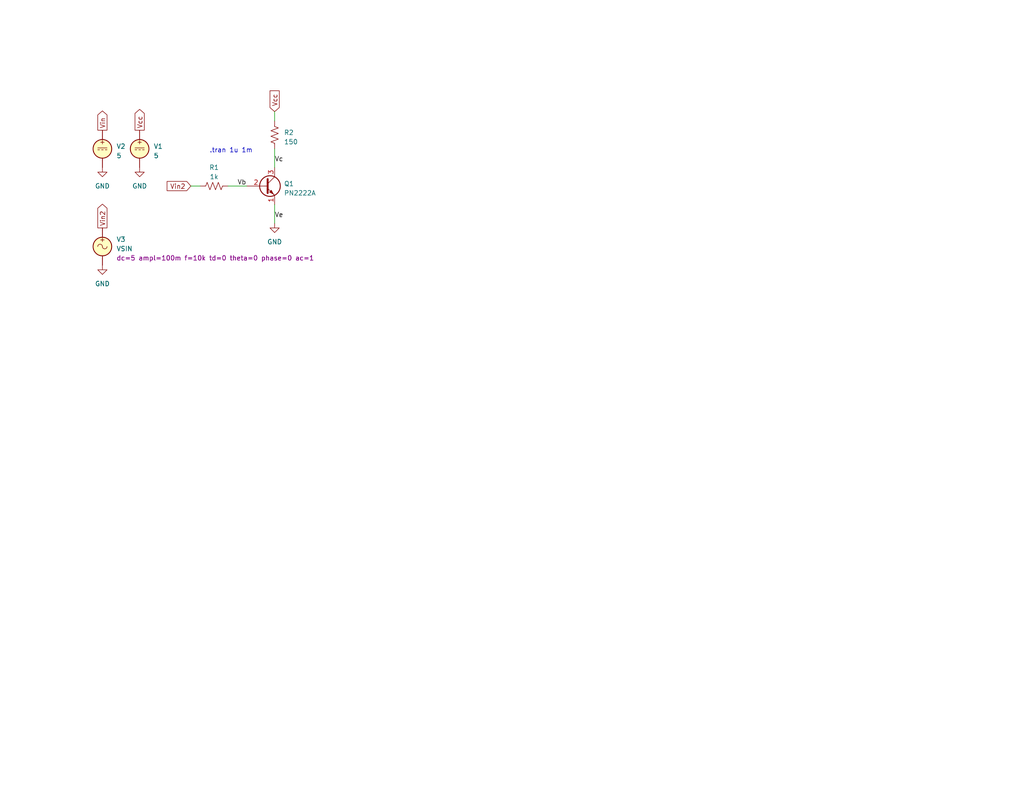
<source format=kicad_sch>
(kicad_sch (version 20230121) (generator eeschema)
  (paper "USLetter")
  (title_block (title "Transistor Switch Simulation") (date "2023-03-16") (rev "1.2") (company "Woolsey Workshop") (comment 1 "By John Woolsey"))
  (lib_symbols
    (symbol "Device:R_US" (pin_numbers hide) (pin_names (offset 0))
      (property "Reference" "R" (at 2.54 0 90))
      (property "Value" "R_US" (at -2.54 0 90))
      (symbol "R_US_0_1"
        (polyline (pts (xy 0 -2.286) (xy 0 -2.54)))
        (polyline (pts (xy 0 2.286) (xy 0 2.54)))
        (polyline (pts (xy 0 -0.762) (xy 1.016 -1.143) (xy 0 -1.524) (xy -1.016 -1.905) (xy 0 -2.286)))
        (polyline (pts (xy 0 0.762) (xy 1.016 0.381) (xy 0 0) (xy -1.016 -0.381) (xy 0 -0.762)))
        (polyline (pts (xy 0 2.286) (xy 1.016 1.905) (xy 0 1.524) (xy -1.016 1.143) (xy 0 0.762)))
      )
      (symbol "R_US_1_1"
        (pin passive line (at 0 3.81 270) (length 1.27) (name "~") (number "1"))
        (pin passive line (at 0 -3.81 90) (length 1.27) (name "~") (number "2"))
      )
    )
    (symbol "Simulation_SPICE:VDC" (pin_numbers hide) (pin_names (offset 0.0254))
      (property "Reference" "V" (at 2.54 2.54 0))
      (property "Value" "1" (at 2.54 0 0))
      (symbol "VDC_0_0"
        (polyline (pts (xy -1.27 0.254) (xy 1.27 0.254)))
        (polyline (pts (xy -0.762 -0.254) (xy -1.27 -0.254)))
        (polyline (pts (xy 0.254 -0.254) (xy -0.254 -0.254)))
        (polyline (pts (xy 1.27 -0.254) (xy 0.762 -0.254)))
        (text "+" (at 0 1.905 0) (effects (font (size 1.27 1.27))))
      )
      (symbol "VDC_0_1"
        (circle (center 0 0) (radius 2.54) (stroke (width 0.254)) (fill (type background)))
      )
      (symbol "VDC_1_1"
        (pin passive line (at 0 5.08 270) (length 2.54) (name "~") (number "1"))
        (pin passive line (at 0 -5.08 90) (length 2.54) (name "~") (number "2"))
      )
    )
    (symbol "Simulation_SPICE:VSIN" (pin_numbers hide) (pin_names (offset 0.0254))
      (property "Reference" "V" (at 2.54 2.54 0))
      (property "Value" "VSIN" (at 2.54 0 0))
      (property "Sim.Params" "dc=0 ampl=1 f=1k ac=1" (at 2.54 -2.54 0))
      (symbol "VSIN_0_0"
        (arc (start 0 0) (mid -0.635 0.6323) (end -1.27 0))
        (arc (start 0 0) (mid 0.635 -0.6323) (end 1.27 0))
        (text "+" (at 0 1.905 0) (effects (font (size 1.27 1.27))))
      )
      (symbol "VSIN_0_1"
        (circle (center 0 0) (radius 2.54) (stroke (width 0.254)) (fill (type background)))
      )
      (symbol "VSIN_1_1"
        (pin passive line (at 0 5.08 270) (length 2.54) (name "~") (number "1"))
        (pin passive line (at 0 -5.08 90) (length 2.54) (name "~") (number "2"))
      )
    )
    (symbol "Transistor_BJT:PN2222A" (pin_names (offset 0) hide)
      (property "Reference" "Q" (at 5.08 1.905 0))
      (property "Value" "PN2222A" (at 5.08 0 0))
      (symbol "PN2222A_0_1"
        (polyline (pts (xy 0 0) (xy 0.635 0)))
        (polyline (pts (xy 2.54 -2.54) (xy 0.635 -0.635)))
        (polyline (pts (xy 2.54 2.54) (xy 0.635 0.635)))
        (polyline (pts (xy 0.635 1.905) (xy 0.635 -1.905) (xy 0.635 -1.905)) (stroke (width 0.508)))
        (polyline (pts (xy 2.413 -2.413) (xy 1.905 -1.905) (xy 1.905 -1.905)))
        (polyline (pts (xy 1.143 -1.651) (xy 1.651 -1.143) (xy 2.159 -2.159) (xy 1.143 -1.651) (xy 1.143 -1.651)) (fill (type outline)))
        (circle (center 1.27 0) (radius 2.8194) (stroke (width 0.254)))
      )
      (symbol "PN2222A_1_1"
        (pin passive line (at 2.54 -5.08 90) (length 2.54) (name "E") (number "1"))
        (pin input line (at -5.08 0 0) (length 5.08) (name "B") (number "2"))
        (pin passive line (at 2.54 5.08 270) (length 2.54) (name "C") (number "3"))
      )
    )
    (symbol "power:GND" (power) (pin_names (offset 0))
      (property "Value" "GND" (at 0 -3.81 0))
      (symbol "GND_0_1"
        (polyline (pts (xy 0 0) (xy 0 -1.27) (xy 1.27 -1.27) (xy 0 -2.54) (xy -1.27 -1.27) (xy 0 -1.27)))
      )
      (symbol "GND_1_1"
        (pin power_in line (at 0 0 270) (length 0) hide (name "GND") (number "1"))
      )
    )
  )
  (wire (pts (xy 74.93 55.88) (xy 74.93 60.96)))
  (wire (pts (xy 52.07 50.8) (xy 54.61 50.8)))
  (wire (pts (xy 62.23 50.8) (xy 67.31 50.8)))
  (wire (pts (xy 74.93 30.48) (xy 74.93 33.02)))
  (wire (pts (xy 74.93 40.64) (xy 74.93 45.72)))
  (text ".tran 1u 1m" (at 57.15 41.91 0) (effects (font (size 1.27 1.27)) (justify left bottom)))
  (label "Vb" (at 64.77 50.8 0))
  (label "Vc" (at 74.93 44.45 0))
  (label "Ve" (at 74.93 59.69 0))
  (global_label "Vcc" (shape output) (at 38.1 35.56 90) (property "Intersheetrefs" "${INTERSHEET_REFS}" (effects hide)))
  (global_label "Vin2" (shape input) (at 52.07 50.8 180) (property "Intersheetrefs" "${INTERSHEET_REFS}" (effects hide)))
  (global_label "Vcc" (shape input) (at 74.93 30.48 90) (property "Intersheetrefs" "${INTERSHEET_REFS}" (effects hide)))
  (global_label "Vin" (shape output) (at 27.94 35.56 90) (property "Intersheetrefs" "${INTERSHEET_REFS}" (effects hide)))
  (global_label "Vin2" (shape output) (at 27.94 62.23 90) (property "Intersheetrefs" "${INTERSHEET_REFS}" (effects hide)))
  (symbol (lib_id "power:GND") (at 27.94 45.72 0) (unit 1)
    (property "Reference" "#PWR03" (effects hide))
    (property "Value" "GND" (at 27.94 50.8 0))
  )
  (symbol (lib_id "Device:R_US") (at 74.93 36.83 0) (unit 1)
    (property "Reference" "R2" (at 77.47 36.195 0) (effects (justify left)))
    (property "Value" "150" (at 77.47 38.735 0) (effects (justify left)))
  )
  (symbol (lib_id "power:GND") (at 74.93 60.96 0) (unit 1)
    (property "Reference" "#PWR01" (effects hide))
    (property "Value" "GND" (at 74.93 66.04 0))
  )
  (symbol (lib_id "power:GND") (at 38.1 45.72 0) (unit 1)
    (property "Reference" "#PWR02" (effects hide))
    (property "Value" "GND" (at 38.1 50.8 0))
  )
  (symbol (lib_id "Simulation_SPICE:VDC") (at 27.94 40.64 0) (unit 1)
    (property "Reference" "V2" (at 31.75 39.9692 0) (effects (justify left)))
    (property "Value" "5" (at 31.75 42.5092 0) (effects (justify left)))
    (property "Sim.Pins" "1=+ 2=-" (effects hide))
    (property "Sim.Type" "DC" (effects hide))
    (property "Sim.Device" "V" (effects hide))
  )
  (symbol (lib_id "power:GND") (at 27.94 72.39 0) (unit 1)
    (property "Reference" "#PWR04" (effects hide))
    (property "Value" "GND" (at 27.94 77.47 0))
  )
  (symbol (lib_id "Device:R_US") (at 58.42 50.8 90) (unit 1)
    (property "Reference" "R1" (at 58.42 45.72 90))
    (property "Value" "1k" (at 58.42 48.26 90))
  )
  (symbol (lib_id "Transistor_BJT:PN2222A") (at 72.39 50.8 0) (unit 1)
    (property "Reference" "Q1" (at 77.47 50.165 0) (effects (justify left)))
    (property "Value" "PN2222A" (at 77.47 52.705 0) (effects (justify left)))
    (property "Footprint" "Package_TO_SOT_THT:TO-92_Inline" (effects hide))
    (property "Datasheet" "https://www.onsemi.com/pub/Collateral/PN2222-D.PDF" (effects hide))
    (property "Sim.Library" "PN2222A.lib" (effects hide))
    (property "Sim.Name" "PN2222A" (effects hide))
    (property "Sim.Device" "NPN" (effects hide))
    (property "Sim.Type" "GUMMELPOON" (effects hide))
    (property "Sim.Pins" "1=E 2=B 3=C" (effects hide))
    (property "Sim.Params" "is=10000a bf=200 vaf=100 ikf=0.3 br=3 rb=10 re=0.2 rc=0.3 cje=25p tf=400p xtf=3 vtf=2 itf=1 cjc=8p tr=100n xtb=1.5" (effects hide))
  )
  (symbol (lib_id "Simulation_SPICE:VSIN") (at 27.94 67.31 0) (unit 1)
    (property "Reference" "V3" (at 31.75 65.3692 0) (effects (justify left)))
    (property "Value" "VSIN" (at 31.75 67.9092 0) (effects (justify left)))
    (property "Sim.Pins" "1=+ 2=-" (effects hide))
    (property "Sim.Params" "dc=5 ampl=100m f=10k td=0 theta=0 phase=0 ac=1" (at 31.75 70.4492 0) (effects (justify left)))
    (property "Sim.Type" "SIN" (effects hide))
    (property "Sim.Device" "V" (effects hide))
  )
  (symbol (lib_id "Simulation_SPICE:VDC") (at 38.1 40.64 0) (unit 1)
    (property "Reference" "V1" (at 41.91 39.9692 0) (effects (justify left)))
    (property "Value" "5" (at 41.91 42.5092 0) (effects (justify left)))
    (property "Sim.Pins" "1=+ 2=-" (effects hide))
    (property "Sim.Type" "DC" (effects hide))
    (property "Sim.Device" "V" (effects hide))
  )
)
</source>
